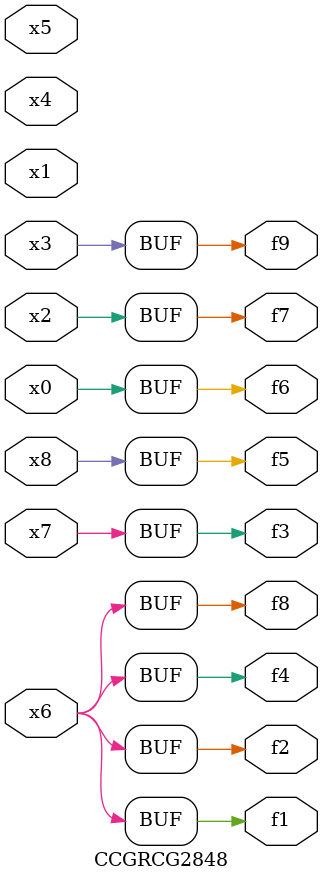
<source format=v>
module CCGRCG2848(
	input x0, x1, x2, x3, x4, x5, x6, x7, x8,
	output f1, f2, f3, f4, f5, f6, f7, f8, f9
);
	assign f1 = x6;
	assign f2 = x6;
	assign f3 = x7;
	assign f4 = x6;
	assign f5 = x8;
	assign f6 = x0;
	assign f7 = x2;
	assign f8 = x6;
	assign f9 = x3;
endmodule

</source>
